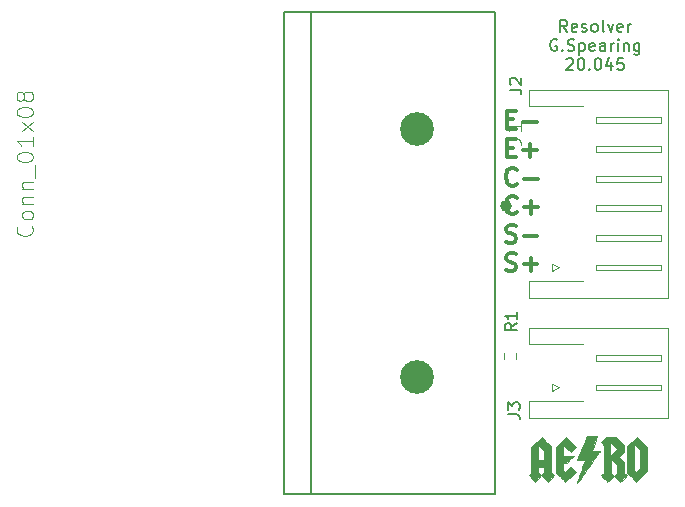
<source format=gbr>
%TF.GenerationSoftware,KiCad,Pcbnew,(6.0.1)*%
%TF.CreationDate,2022-02-14T12:02:22-05:00*%
%TF.ProjectId,Emrax_Breakout,456d7261-785f-4427-9265-616b6f75742e,rev?*%
%TF.SameCoordinates,Original*%
%TF.FileFunction,Legend,Top*%
%TF.FilePolarity,Positive*%
%FSLAX46Y46*%
G04 Gerber Fmt 4.6, Leading zero omitted, Abs format (unit mm)*
G04 Created by KiCad (PCBNEW (6.0.1)) date 2022-02-14 12:02:22*
%MOMM*%
%LPD*%
G01*
G04 APERTURE LIST*
%ADD10C,0.300000*%
%ADD11C,0.150000*%
%ADD12C,0.050000*%
%ADD13C,0.120000*%
%ADD14C,0.127000*%
%ADD15C,0.500000*%
%ADD16C,0.010000*%
%ADD17C,2.850000*%
G04 APERTURE END LIST*
D10*
X138626800Y-57684557D02*
X139126800Y-57684557D01*
X139341085Y-58470271D02*
X138626800Y-58470271D01*
X138626800Y-56970271D01*
X139341085Y-56970271D01*
X139983942Y-57898842D02*
X141126800Y-57898842D01*
X138626800Y-60099557D02*
X139126800Y-60099557D01*
X139341085Y-60885271D02*
X138626800Y-60885271D01*
X138626800Y-59385271D01*
X139341085Y-59385271D01*
X139983942Y-60313842D02*
X141126800Y-60313842D01*
X140555371Y-60885271D02*
X140555371Y-59742414D01*
X139412514Y-63157414D02*
X139341085Y-63228842D01*
X139126800Y-63300271D01*
X138983942Y-63300271D01*
X138769657Y-63228842D01*
X138626800Y-63085985D01*
X138555371Y-62943128D01*
X138483942Y-62657414D01*
X138483942Y-62443128D01*
X138555371Y-62157414D01*
X138626800Y-62014557D01*
X138769657Y-61871700D01*
X138983942Y-61800271D01*
X139126800Y-61800271D01*
X139341085Y-61871700D01*
X139412514Y-61943128D01*
X140055371Y-62728842D02*
X141198228Y-62728842D01*
X139412514Y-65572414D02*
X139341085Y-65643842D01*
X139126800Y-65715271D01*
X138983942Y-65715271D01*
X138769657Y-65643842D01*
X138626800Y-65500985D01*
X138555371Y-65358128D01*
X138483942Y-65072414D01*
X138483942Y-64858128D01*
X138555371Y-64572414D01*
X138626800Y-64429557D01*
X138769657Y-64286700D01*
X138983942Y-64215271D01*
X139126800Y-64215271D01*
X139341085Y-64286700D01*
X139412514Y-64358128D01*
X140055371Y-65143842D02*
X141198228Y-65143842D01*
X140626800Y-65715271D02*
X140626800Y-64572414D01*
X138519657Y-68058842D02*
X138733942Y-68130271D01*
X139091085Y-68130271D01*
X139233942Y-68058842D01*
X139305371Y-67987414D01*
X139376800Y-67844557D01*
X139376800Y-67701700D01*
X139305371Y-67558842D01*
X139233942Y-67487414D01*
X139091085Y-67415985D01*
X138805371Y-67344557D01*
X138662514Y-67273128D01*
X138591085Y-67201700D01*
X138519657Y-67058842D01*
X138519657Y-66915985D01*
X138591085Y-66773128D01*
X138662514Y-66701700D01*
X138805371Y-66630271D01*
X139162514Y-66630271D01*
X139376800Y-66701700D01*
X140019657Y-67558842D02*
X141162514Y-67558842D01*
X138519657Y-70473842D02*
X138733942Y-70545271D01*
X139091085Y-70545271D01*
X139233942Y-70473842D01*
X139305371Y-70402414D01*
X139376800Y-70259557D01*
X139376800Y-70116700D01*
X139305371Y-69973842D01*
X139233942Y-69902414D01*
X139091085Y-69830985D01*
X138805371Y-69759557D01*
X138662514Y-69688128D01*
X138591085Y-69616700D01*
X138519657Y-69473842D01*
X138519657Y-69330985D01*
X138591085Y-69188128D01*
X138662514Y-69116700D01*
X138805371Y-69045271D01*
X139162514Y-69045271D01*
X139376800Y-69116700D01*
X140019657Y-69973842D02*
X141162514Y-69973842D01*
X140591085Y-70545271D02*
X140591085Y-69402414D01*
D11*
X143692857Y-50277380D02*
X143359523Y-49801190D01*
X143121428Y-50277380D02*
X143121428Y-49277380D01*
X143502380Y-49277380D01*
X143597619Y-49325000D01*
X143645238Y-49372619D01*
X143692857Y-49467857D01*
X143692857Y-49610714D01*
X143645238Y-49705952D01*
X143597619Y-49753571D01*
X143502380Y-49801190D01*
X143121428Y-49801190D01*
X144502380Y-50229761D02*
X144407142Y-50277380D01*
X144216666Y-50277380D01*
X144121428Y-50229761D01*
X144073809Y-50134523D01*
X144073809Y-49753571D01*
X144121428Y-49658333D01*
X144216666Y-49610714D01*
X144407142Y-49610714D01*
X144502380Y-49658333D01*
X144550000Y-49753571D01*
X144550000Y-49848809D01*
X144073809Y-49944047D01*
X144930952Y-50229761D02*
X145026190Y-50277380D01*
X145216666Y-50277380D01*
X145311904Y-50229761D01*
X145359523Y-50134523D01*
X145359523Y-50086904D01*
X145311904Y-49991666D01*
X145216666Y-49944047D01*
X145073809Y-49944047D01*
X144978571Y-49896428D01*
X144930952Y-49801190D01*
X144930952Y-49753571D01*
X144978571Y-49658333D01*
X145073809Y-49610714D01*
X145216666Y-49610714D01*
X145311904Y-49658333D01*
X145930952Y-50277380D02*
X145835714Y-50229761D01*
X145788095Y-50182142D01*
X145740476Y-50086904D01*
X145740476Y-49801190D01*
X145788095Y-49705952D01*
X145835714Y-49658333D01*
X145930952Y-49610714D01*
X146073809Y-49610714D01*
X146169047Y-49658333D01*
X146216666Y-49705952D01*
X146264285Y-49801190D01*
X146264285Y-50086904D01*
X146216666Y-50182142D01*
X146169047Y-50229761D01*
X146073809Y-50277380D01*
X145930952Y-50277380D01*
X146835714Y-50277380D02*
X146740476Y-50229761D01*
X146692857Y-50134523D01*
X146692857Y-49277380D01*
X147121428Y-49610714D02*
X147359523Y-50277380D01*
X147597619Y-49610714D01*
X148359523Y-50229761D02*
X148264285Y-50277380D01*
X148073809Y-50277380D01*
X147978571Y-50229761D01*
X147930952Y-50134523D01*
X147930952Y-49753571D01*
X147978571Y-49658333D01*
X148073809Y-49610714D01*
X148264285Y-49610714D01*
X148359523Y-49658333D01*
X148407142Y-49753571D01*
X148407142Y-49848809D01*
X147930952Y-49944047D01*
X148835714Y-50277380D02*
X148835714Y-49610714D01*
X148835714Y-49801190D02*
X148883333Y-49705952D01*
X148930952Y-49658333D01*
X149026190Y-49610714D01*
X149121428Y-49610714D01*
X142811904Y-50935000D02*
X142716666Y-50887380D01*
X142573809Y-50887380D01*
X142430952Y-50935000D01*
X142335714Y-51030238D01*
X142288095Y-51125476D01*
X142240476Y-51315952D01*
X142240476Y-51458809D01*
X142288095Y-51649285D01*
X142335714Y-51744523D01*
X142430952Y-51839761D01*
X142573809Y-51887380D01*
X142669047Y-51887380D01*
X142811904Y-51839761D01*
X142859523Y-51792142D01*
X142859523Y-51458809D01*
X142669047Y-51458809D01*
X143288095Y-51792142D02*
X143335714Y-51839761D01*
X143288095Y-51887380D01*
X143240476Y-51839761D01*
X143288095Y-51792142D01*
X143288095Y-51887380D01*
X143716666Y-51839761D02*
X143859523Y-51887380D01*
X144097619Y-51887380D01*
X144192857Y-51839761D01*
X144240476Y-51792142D01*
X144288095Y-51696904D01*
X144288095Y-51601666D01*
X144240476Y-51506428D01*
X144192857Y-51458809D01*
X144097619Y-51411190D01*
X143907142Y-51363571D01*
X143811904Y-51315952D01*
X143764285Y-51268333D01*
X143716666Y-51173095D01*
X143716666Y-51077857D01*
X143764285Y-50982619D01*
X143811904Y-50935000D01*
X143907142Y-50887380D01*
X144145238Y-50887380D01*
X144288095Y-50935000D01*
X144716666Y-51220714D02*
X144716666Y-52220714D01*
X144716666Y-51268333D02*
X144811904Y-51220714D01*
X145002380Y-51220714D01*
X145097619Y-51268333D01*
X145145238Y-51315952D01*
X145192857Y-51411190D01*
X145192857Y-51696904D01*
X145145238Y-51792142D01*
X145097619Y-51839761D01*
X145002380Y-51887380D01*
X144811904Y-51887380D01*
X144716666Y-51839761D01*
X146002380Y-51839761D02*
X145907142Y-51887380D01*
X145716666Y-51887380D01*
X145621428Y-51839761D01*
X145573809Y-51744523D01*
X145573809Y-51363571D01*
X145621428Y-51268333D01*
X145716666Y-51220714D01*
X145907142Y-51220714D01*
X146002380Y-51268333D01*
X146050000Y-51363571D01*
X146050000Y-51458809D01*
X145573809Y-51554047D01*
X146907142Y-51887380D02*
X146907142Y-51363571D01*
X146859523Y-51268333D01*
X146764285Y-51220714D01*
X146573809Y-51220714D01*
X146478571Y-51268333D01*
X146907142Y-51839761D02*
X146811904Y-51887380D01*
X146573809Y-51887380D01*
X146478571Y-51839761D01*
X146430952Y-51744523D01*
X146430952Y-51649285D01*
X146478571Y-51554047D01*
X146573809Y-51506428D01*
X146811904Y-51506428D01*
X146907142Y-51458809D01*
X147383333Y-51887380D02*
X147383333Y-51220714D01*
X147383333Y-51411190D02*
X147430952Y-51315952D01*
X147478571Y-51268333D01*
X147573809Y-51220714D01*
X147669047Y-51220714D01*
X148002380Y-51887380D02*
X148002380Y-51220714D01*
X148002380Y-50887380D02*
X147954761Y-50935000D01*
X148002380Y-50982619D01*
X148050000Y-50935000D01*
X148002380Y-50887380D01*
X148002380Y-50982619D01*
X148478571Y-51220714D02*
X148478571Y-51887380D01*
X148478571Y-51315952D02*
X148526190Y-51268333D01*
X148621428Y-51220714D01*
X148764285Y-51220714D01*
X148859523Y-51268333D01*
X148907142Y-51363571D01*
X148907142Y-51887380D01*
X149811904Y-51220714D02*
X149811904Y-52030238D01*
X149764285Y-52125476D01*
X149716666Y-52173095D01*
X149621428Y-52220714D01*
X149478571Y-52220714D01*
X149383333Y-52173095D01*
X149811904Y-51839761D02*
X149716666Y-51887380D01*
X149526190Y-51887380D01*
X149430952Y-51839761D01*
X149383333Y-51792142D01*
X149335714Y-51696904D01*
X149335714Y-51411190D01*
X149383333Y-51315952D01*
X149430952Y-51268333D01*
X149526190Y-51220714D01*
X149716666Y-51220714D01*
X149811904Y-51268333D01*
X143621428Y-52592619D02*
X143669047Y-52545000D01*
X143764285Y-52497380D01*
X144002380Y-52497380D01*
X144097619Y-52545000D01*
X144145238Y-52592619D01*
X144192857Y-52687857D01*
X144192857Y-52783095D01*
X144145238Y-52925952D01*
X143573809Y-53497380D01*
X144192857Y-53497380D01*
X144811904Y-52497380D02*
X144907142Y-52497380D01*
X145002380Y-52545000D01*
X145050000Y-52592619D01*
X145097619Y-52687857D01*
X145145238Y-52878333D01*
X145145238Y-53116428D01*
X145097619Y-53306904D01*
X145050000Y-53402142D01*
X145002380Y-53449761D01*
X144907142Y-53497380D01*
X144811904Y-53497380D01*
X144716666Y-53449761D01*
X144669047Y-53402142D01*
X144621428Y-53306904D01*
X144573809Y-53116428D01*
X144573809Y-52878333D01*
X144621428Y-52687857D01*
X144669047Y-52592619D01*
X144716666Y-52545000D01*
X144811904Y-52497380D01*
X145573809Y-53402142D02*
X145621428Y-53449761D01*
X145573809Y-53497380D01*
X145526190Y-53449761D01*
X145573809Y-53402142D01*
X145573809Y-53497380D01*
X146240476Y-52497380D02*
X146335714Y-52497380D01*
X146430952Y-52545000D01*
X146478571Y-52592619D01*
X146526190Y-52687857D01*
X146573809Y-52878333D01*
X146573809Y-53116428D01*
X146526190Y-53306904D01*
X146478571Y-53402142D01*
X146430952Y-53449761D01*
X146335714Y-53497380D01*
X146240476Y-53497380D01*
X146145238Y-53449761D01*
X146097619Y-53402142D01*
X146050000Y-53306904D01*
X146002380Y-53116428D01*
X146002380Y-52878333D01*
X146050000Y-52687857D01*
X146097619Y-52592619D01*
X146145238Y-52545000D01*
X146240476Y-52497380D01*
X147430952Y-52830714D02*
X147430952Y-53497380D01*
X147192857Y-52449761D02*
X146954761Y-53164047D01*
X147573809Y-53164047D01*
X148430952Y-52497380D02*
X147954761Y-52497380D01*
X147907142Y-52973571D01*
X147954761Y-52925952D01*
X148050000Y-52878333D01*
X148288095Y-52878333D01*
X148383333Y-52925952D01*
X148430952Y-52973571D01*
X148478571Y-53068809D01*
X148478571Y-53306904D01*
X148430952Y-53402142D01*
X148383333Y-53449761D01*
X148288095Y-53497380D01*
X148050000Y-53497380D01*
X147954761Y-53449761D01*
X147907142Y-53402142D01*
%TO.C,J3*%
X138668780Y-82653733D02*
X139383066Y-82653733D01*
X139525923Y-82701352D01*
X139621161Y-82796590D01*
X139668780Y-82939447D01*
X139668780Y-83034685D01*
X138668780Y-82272780D02*
X138668780Y-81653733D01*
X139049733Y-81987066D01*
X139049733Y-81844209D01*
X139097352Y-81748971D01*
X139144971Y-81701352D01*
X139240209Y-81653733D01*
X139478304Y-81653733D01*
X139573542Y-81701352D01*
X139621161Y-81748971D01*
X139668780Y-81844209D01*
X139668780Y-82129923D01*
X139621161Y-82225161D01*
X139573542Y-82272780D01*
%TO.C,R1*%
X139414780Y-74968666D02*
X138938590Y-75302000D01*
X139414780Y-75540095D02*
X138414780Y-75540095D01*
X138414780Y-75159142D01*
X138462400Y-75063904D01*
X138510019Y-75016285D01*
X138605257Y-74968666D01*
X138748114Y-74968666D01*
X138843352Y-75016285D01*
X138890971Y-75063904D01*
X138938590Y-75159142D01*
X138938590Y-75540095D01*
X139414780Y-74016285D02*
X139414780Y-74587714D01*
X139414780Y-74302000D02*
X138414780Y-74302000D01*
X138557638Y-74397238D01*
X138652876Y-74492476D01*
X138700495Y-74587714D01*
%TO.C,J2*%
X138821180Y-55170933D02*
X139535466Y-55170933D01*
X139678323Y-55218552D01*
X139773561Y-55313790D01*
X139821180Y-55456647D01*
X139821180Y-55551885D01*
X138916419Y-54742361D02*
X138868800Y-54694742D01*
X138821180Y-54599504D01*
X138821180Y-54361409D01*
X138868800Y-54266171D01*
X138916419Y-54218552D01*
X139011657Y-54170933D01*
X139106895Y-54170933D01*
X139249752Y-54218552D01*
X139821180Y-54789980D01*
X139821180Y-54170933D01*
D12*
%TO.C,J1*%
X138384609Y-59291036D02*
X139385188Y-59291036D01*
X139585304Y-59357741D01*
X139718714Y-59491152D01*
X139785419Y-59691268D01*
X139785419Y-59824678D01*
X139785419Y-57890226D02*
X139785419Y-58690689D01*
X139785419Y-58290458D02*
X138384609Y-58290458D01*
X138584725Y-58423868D01*
X138718135Y-58557279D01*
X138784841Y-58690689D01*
X98342535Y-66698510D02*
X98409313Y-66765288D01*
X98476091Y-66965622D01*
X98476091Y-67099179D01*
X98409313Y-67299513D01*
X98275757Y-67433069D01*
X98142201Y-67499847D01*
X97875089Y-67566625D01*
X97674754Y-67566625D01*
X97407642Y-67499847D01*
X97274086Y-67433069D01*
X97140530Y-67299513D01*
X97073751Y-67099179D01*
X97073751Y-66965622D01*
X97140530Y-66765288D01*
X97207308Y-66698510D01*
X98476091Y-65897173D02*
X98409313Y-66030729D01*
X98342535Y-66097507D01*
X98208979Y-66164285D01*
X97808310Y-66164285D01*
X97674754Y-66097507D01*
X97607976Y-66030729D01*
X97541198Y-65897173D01*
X97541198Y-65696839D01*
X97607976Y-65563282D01*
X97674754Y-65496504D01*
X97808310Y-65429726D01*
X98208979Y-65429726D01*
X98342535Y-65496504D01*
X98409313Y-65563282D01*
X98476091Y-65696839D01*
X98476091Y-65897173D01*
X97541198Y-64828723D02*
X98476091Y-64828723D01*
X97674754Y-64828723D02*
X97607976Y-64761945D01*
X97541198Y-64628389D01*
X97541198Y-64428055D01*
X97607976Y-64294499D01*
X97741532Y-64227720D01*
X98476091Y-64227720D01*
X97541198Y-63559940D02*
X98476091Y-63559940D01*
X97674754Y-63559940D02*
X97607976Y-63493161D01*
X97541198Y-63359605D01*
X97541198Y-63159271D01*
X97607976Y-63025715D01*
X97741532Y-62958937D01*
X98476091Y-62958937D01*
X98609648Y-62625046D02*
X98609648Y-61556597D01*
X97073751Y-60955594D02*
X97073751Y-60822038D01*
X97140530Y-60688481D01*
X97207308Y-60621703D01*
X97340864Y-60554925D01*
X97607976Y-60488147D01*
X97941867Y-60488147D01*
X98208979Y-60554925D01*
X98342535Y-60621703D01*
X98409313Y-60688481D01*
X98476091Y-60822038D01*
X98476091Y-60955594D01*
X98409313Y-61089150D01*
X98342535Y-61155928D01*
X98208979Y-61222706D01*
X97941867Y-61289484D01*
X97607976Y-61289484D01*
X97340864Y-61222706D01*
X97207308Y-61155928D01*
X97140530Y-61089150D01*
X97073751Y-60955594D01*
X98476091Y-59152585D02*
X98476091Y-59953922D01*
X98476091Y-59553254D02*
X97073751Y-59553254D01*
X97274086Y-59686810D01*
X97407642Y-59820366D01*
X97474420Y-59953922D01*
X98476091Y-58685139D02*
X97541198Y-57950580D01*
X97541198Y-58685139D02*
X98476091Y-57950580D01*
X97073751Y-57149242D02*
X97073751Y-57015686D01*
X97140530Y-56882130D01*
X97207308Y-56815352D01*
X97340864Y-56748574D01*
X97607976Y-56681796D01*
X97941867Y-56681796D01*
X98208979Y-56748574D01*
X98342535Y-56815352D01*
X98409313Y-56882130D01*
X98476091Y-57015686D01*
X98476091Y-57149242D01*
X98409313Y-57282799D01*
X98342535Y-57349577D01*
X98208979Y-57416355D01*
X97941867Y-57483133D01*
X97607976Y-57483133D01*
X97340864Y-57416355D01*
X97207308Y-57349577D01*
X97140530Y-57282799D01*
X97073751Y-57149242D01*
X97674754Y-55880459D02*
X97607976Y-56014015D01*
X97541198Y-56080793D01*
X97407642Y-56147571D01*
X97340864Y-56147571D01*
X97207308Y-56080793D01*
X97140530Y-56014015D01*
X97073751Y-55880459D01*
X97073751Y-55613346D01*
X97140530Y-55479790D01*
X97207308Y-55413012D01*
X97340864Y-55346234D01*
X97407642Y-55346234D01*
X97541198Y-55413012D01*
X97607976Y-55479790D01*
X97674754Y-55613346D01*
X97674754Y-55880459D01*
X97741532Y-56014015D01*
X97808310Y-56080793D01*
X97941867Y-56147571D01*
X98208979Y-56147571D01*
X98342535Y-56080793D01*
X98409313Y-56014015D01*
X98476091Y-55880459D01*
X98476091Y-55613346D01*
X98409313Y-55479790D01*
X98342535Y-55413012D01*
X98208979Y-55346234D01*
X97941867Y-55346234D01*
X97808310Y-55413012D01*
X97741532Y-55479790D01*
X97674754Y-55613346D01*
D13*
%TO.C,J3*%
X151599600Y-77640000D02*
X146099600Y-77640000D01*
X152209600Y-75330000D02*
X140489600Y-75330000D01*
X152209600Y-79140000D02*
X152209600Y-75330000D01*
X146099600Y-80640000D02*
X151599600Y-80640000D01*
X151599600Y-78140000D02*
X151599600Y-77640000D01*
X151599600Y-80640000D02*
X151599600Y-80140000D01*
X152209600Y-82950000D02*
X140489600Y-82950000D01*
X142399600Y-80090000D02*
X142999600Y-80390000D01*
X142999600Y-80390000D02*
X142399600Y-80690000D01*
X142399600Y-80690000D02*
X142399600Y-80090000D01*
X140489600Y-82950000D02*
X140489600Y-81530000D01*
X140489600Y-81530000D02*
X144989600Y-81530000D01*
X140489600Y-76750000D02*
X144989600Y-76750000D01*
X146099600Y-78140000D02*
X151599600Y-78140000D01*
X146099600Y-77640000D02*
X146099600Y-78140000D01*
X146099600Y-80140000D02*
X146099600Y-80640000D01*
X151599600Y-80140000D02*
X146099600Y-80140000D01*
X152209600Y-79140000D02*
X152209600Y-82950000D01*
X140489600Y-75330000D02*
X140489600Y-76750000D01*
%TO.C,R1*%
X138338300Y-77952324D02*
X138338300Y-77442876D01*
X139383300Y-77952324D02*
X139383300Y-77442876D01*
%TO.C,J2*%
X146099600Y-62980000D02*
X151599600Y-62980000D01*
X151599600Y-57480000D02*
X146099600Y-57480000D01*
X151599600Y-70480000D02*
X151599600Y-69980000D01*
X146099600Y-57480000D02*
X146099600Y-57980000D01*
X146099600Y-59980000D02*
X146099600Y-60480000D01*
X152209600Y-55170000D02*
X140489600Y-55170000D01*
X146099600Y-60480000D02*
X151599600Y-60480000D01*
X146099600Y-67480000D02*
X146099600Y-67980000D01*
X142399600Y-69930000D02*
X142999600Y-70230000D01*
X152209600Y-63980000D02*
X152209600Y-72790000D01*
X142399600Y-70530000D02*
X142399600Y-69930000D01*
X151599600Y-65480000D02*
X151599600Y-64980000D01*
X151599600Y-62980000D02*
X151599600Y-62480000D01*
X151599600Y-60480000D02*
X151599600Y-59980000D01*
X151599600Y-57980000D02*
X151599600Y-57480000D01*
X146099600Y-70480000D02*
X151599600Y-70480000D01*
X146099600Y-62480000D02*
X146099600Y-62980000D01*
X152209600Y-72790000D02*
X140489600Y-72790000D01*
X151599600Y-62480000D02*
X146099600Y-62480000D01*
X151599600Y-59980000D02*
X146099600Y-59980000D01*
X151599600Y-67480000D02*
X146099600Y-67480000D01*
X140489600Y-71370000D02*
X144989600Y-71370000D01*
X140489600Y-72790000D02*
X140489600Y-71370000D01*
X146099600Y-64980000D02*
X146099600Y-65480000D01*
X151599600Y-69980000D02*
X146099600Y-69980000D01*
X146099600Y-65480000D02*
X151599600Y-65480000D01*
X142999600Y-70230000D02*
X142399600Y-70530000D01*
X152209600Y-63980000D02*
X152209600Y-55170000D01*
X151599600Y-64980000D02*
X146099600Y-64980000D01*
X146099600Y-67980000D02*
X151599600Y-67980000D01*
X140489600Y-55170000D02*
X140489600Y-56590000D01*
X140489600Y-56590000D02*
X144989600Y-56590000D01*
X146099600Y-69980000D02*
X146099600Y-70480000D01*
X146099600Y-57980000D02*
X151599600Y-57980000D01*
X151599600Y-67980000D02*
X151599600Y-67480000D01*
D14*
%TO.C,J1*%
X137558000Y-89424000D02*
X122008000Y-89424000D01*
X137558000Y-48624000D02*
X137558000Y-89424000D01*
X119708000Y-89424000D02*
X119708000Y-80724000D01*
X122008000Y-48624000D02*
X137558000Y-48624000D01*
X119708000Y-80724000D02*
X119708000Y-48624000D01*
X122008000Y-89424000D02*
X122008000Y-48624000D01*
X119708000Y-48624000D02*
X122008000Y-48624000D01*
X122008000Y-89424000D02*
X119708000Y-89424000D01*
D15*
X138758000Y-65024000D02*
G75*
G03*
X138758000Y-65024000I-250000J0D01*
G01*
D16*
%TO.C,G\u002A\u002A\u002A*%
X146009221Y-85112138D02*
X145769968Y-85764615D01*
X145769968Y-85764615D02*
X146132059Y-85764615D01*
X146132059Y-85764615D02*
X146268644Y-85764894D01*
X146268644Y-85764894D02*
X146364683Y-85766236D01*
X146364683Y-85766236D02*
X146426233Y-85769399D01*
X146426233Y-85769399D02*
X146459352Y-85775143D01*
X146459352Y-85775143D02*
X146470098Y-85784225D01*
X146470098Y-85784225D02*
X146464529Y-85797403D01*
X146464529Y-85797403D02*
X146457850Y-85805394D01*
X146457850Y-85805394D02*
X146439199Y-85829919D01*
X146439199Y-85829919D02*
X146396096Y-85888574D01*
X146396096Y-85888574D02*
X146331240Y-85977611D01*
X146331240Y-85977611D02*
X146247330Y-86093280D01*
X146247330Y-86093280D02*
X146147061Y-86231830D01*
X146147061Y-86231830D02*
X146033134Y-86389511D01*
X146033134Y-86389511D02*
X145908246Y-86562575D01*
X145908246Y-86562575D02*
X145775094Y-86747270D01*
X145775094Y-86747270D02*
X145636378Y-86939846D01*
X145636378Y-86939846D02*
X145494794Y-87136555D01*
X145494794Y-87136555D02*
X145353041Y-87333645D01*
X145353041Y-87333645D02*
X145213817Y-87527368D01*
X145213817Y-87527368D02*
X145079820Y-87713972D01*
X145079820Y-87713972D02*
X144953748Y-87889708D01*
X144953748Y-87889708D02*
X144838299Y-88050827D01*
X144838299Y-88050827D02*
X144736170Y-88193578D01*
X144736170Y-88193578D02*
X144650061Y-88314211D01*
X144650061Y-88314211D02*
X144582669Y-88408976D01*
X144582669Y-88408976D02*
X144536691Y-88474123D01*
X144536691Y-88474123D02*
X144514827Y-88505903D01*
X144514827Y-88505903D02*
X144514348Y-88506655D01*
X144514348Y-88506655D02*
X144516188Y-88494273D01*
X144516188Y-88494273D02*
X144532017Y-88442011D01*
X144532017Y-88442011D02*
X144560459Y-88353990D01*
X144560459Y-88353990D02*
X144600138Y-88234330D01*
X144600138Y-88234330D02*
X144649676Y-88087151D01*
X144649676Y-88087151D02*
X144707698Y-87916575D01*
X144707698Y-87916575D02*
X144772827Y-87726720D01*
X144772827Y-87726720D02*
X144834761Y-87547454D01*
X144834761Y-87547454D02*
X144905951Y-87341915D01*
X144905951Y-87341915D02*
X144972228Y-87150314D01*
X144972228Y-87150314D02*
X145032075Y-86977054D01*
X145032075Y-86977054D02*
X145083976Y-86826540D01*
X145083976Y-86826540D02*
X145126411Y-86703175D01*
X145126411Y-86703175D02*
X145157865Y-86611363D01*
X145157865Y-86611363D02*
X145176820Y-86555509D01*
X145176820Y-86555509D02*
X145181973Y-86539610D01*
X145181973Y-86539610D02*
X145160019Y-86537511D01*
X145160019Y-86537511D02*
X145099553Y-86535732D01*
X145099553Y-86535732D02*
X145008667Y-86534414D01*
X145008667Y-86534414D02*
X144895455Y-86533696D01*
X144895455Y-86533696D02*
X144835675Y-86533605D01*
X144835675Y-86533605D02*
X144489378Y-86533605D01*
X144489378Y-86533605D02*
X144749646Y-85945211D01*
X144749646Y-85945211D02*
X144831932Y-85759004D01*
X144831932Y-85759004D02*
X144920743Y-85557723D01*
X144920743Y-85557723D02*
X145010512Y-85354005D01*
X145010512Y-85354005D02*
X145095673Y-85160484D01*
X145095673Y-85160484D02*
X145170661Y-84989798D01*
X145170661Y-84989798D02*
X145206424Y-84908238D01*
X145206424Y-84908238D02*
X145402934Y-84459661D01*
X145402934Y-84459661D02*
X146248473Y-84459661D01*
X146248473Y-84459661D02*
X146009221Y-85112138D01*
X146009221Y-85112138D02*
X146009221Y-85112138D01*
G36*
X146009221Y-85112138D02*
G01*
X145769968Y-85764615D01*
X146132059Y-85764615D01*
X146268644Y-85764894D01*
X146364683Y-85766236D01*
X146426233Y-85769399D01*
X146459352Y-85775143D01*
X146470098Y-85784225D01*
X146464529Y-85797403D01*
X146457850Y-85805394D01*
X146439199Y-85829919D01*
X146396096Y-85888574D01*
X146331240Y-85977611D01*
X146247330Y-86093280D01*
X146147061Y-86231830D01*
X146033134Y-86389511D01*
X145908246Y-86562575D01*
X145775094Y-86747270D01*
X145636378Y-86939846D01*
X145494794Y-87136555D01*
X145353041Y-87333645D01*
X145213817Y-87527368D01*
X145079820Y-87713972D01*
X144953748Y-87889708D01*
X144838299Y-88050827D01*
X144736170Y-88193578D01*
X144650061Y-88314211D01*
X144582669Y-88408976D01*
X144536691Y-88474123D01*
X144514827Y-88505903D01*
X144514348Y-88506655D01*
X144516188Y-88494273D01*
X144532017Y-88442011D01*
X144560459Y-88353990D01*
X144600138Y-88234330D01*
X144649676Y-88087151D01*
X144707698Y-87916575D01*
X144772827Y-87726720D01*
X144834761Y-87547454D01*
X144905951Y-87341915D01*
X144972228Y-87150314D01*
X145032075Y-86977054D01*
X145083976Y-86826540D01*
X145126411Y-86703175D01*
X145157865Y-86611363D01*
X145176820Y-86555509D01*
X145181973Y-86539610D01*
X145160019Y-86537511D01*
X145099553Y-86535732D01*
X145008667Y-86534414D01*
X144895455Y-86533696D01*
X144835675Y-86533605D01*
X144489378Y-86533605D01*
X144749646Y-85945211D01*
X144831932Y-85759004D01*
X144920743Y-85557723D01*
X145010512Y-85354005D01*
X145095673Y-85160484D01*
X145170661Y-84989798D01*
X145206424Y-84908238D01*
X145402934Y-84459661D01*
X146248473Y-84459661D01*
X146009221Y-85112138D01*
G37*
X146009221Y-85112138D02*
X145769968Y-85764615D01*
X146132059Y-85764615D01*
X146268644Y-85764894D01*
X146364683Y-85766236D01*
X146426233Y-85769399D01*
X146459352Y-85775143D01*
X146470098Y-85784225D01*
X146464529Y-85797403D01*
X146457850Y-85805394D01*
X146439199Y-85829919D01*
X146396096Y-85888574D01*
X146331240Y-85977611D01*
X146247330Y-86093280D01*
X146147061Y-86231830D01*
X146033134Y-86389511D01*
X145908246Y-86562575D01*
X145775094Y-86747270D01*
X145636378Y-86939846D01*
X145494794Y-87136555D01*
X145353041Y-87333645D01*
X145213817Y-87527368D01*
X145079820Y-87713972D01*
X144953748Y-87889708D01*
X144838299Y-88050827D01*
X144736170Y-88193578D01*
X144650061Y-88314211D01*
X144582669Y-88408976D01*
X144536691Y-88474123D01*
X144514827Y-88505903D01*
X144514348Y-88506655D01*
X144516188Y-88494273D01*
X144532017Y-88442011D01*
X144560459Y-88353990D01*
X144600138Y-88234330D01*
X144649676Y-88087151D01*
X144707698Y-87916575D01*
X144772827Y-87726720D01*
X144834761Y-87547454D01*
X144905951Y-87341915D01*
X144972228Y-87150314D01*
X145032075Y-86977054D01*
X145083976Y-86826540D01*
X145126411Y-86703175D01*
X145157865Y-86611363D01*
X145176820Y-86555509D01*
X145181973Y-86539610D01*
X145160019Y-86537511D01*
X145099553Y-86535732D01*
X145008667Y-86534414D01*
X144895455Y-86533696D01*
X144835675Y-86533605D01*
X144489378Y-86533605D01*
X144749646Y-85945211D01*
X144831932Y-85759004D01*
X144920743Y-85557723D01*
X145010512Y-85354005D01*
X145095673Y-85160484D01*
X145170661Y-84989798D01*
X145206424Y-84908238D01*
X145402934Y-84459661D01*
X146248473Y-84459661D01*
X146009221Y-85112138D01*
X143998392Y-85012140D02*
X144423937Y-85438151D01*
X144423937Y-85438151D02*
X144203290Y-85659719D01*
X144203290Y-85659719D02*
X143982644Y-85881287D01*
X143982644Y-85881287D02*
X143341056Y-85240927D01*
X143341056Y-85240927D02*
X143341056Y-86209316D01*
X143341056Y-86209316D02*
X144225992Y-86195716D01*
X144225992Y-86195716D02*
X143941167Y-86481174D01*
X143941167Y-86481174D02*
X143656342Y-86766633D01*
X143656342Y-86766633D02*
X143341056Y-86766633D01*
X143341056Y-86766633D02*
X143341056Y-87440041D01*
X143341056Y-87440041D02*
X143424118Y-87503396D01*
X143424118Y-87503396D02*
X143507180Y-87566750D01*
X143507180Y-87566750D02*
X143982436Y-87093112D01*
X143982436Y-87093112D02*
X144402880Y-87513556D01*
X144402880Y-87513556D02*
X143970224Y-87944039D01*
X143970224Y-87944039D02*
X143853994Y-88059280D01*
X143853994Y-88059280D02*
X143748725Y-88162877D01*
X143748725Y-88162877D02*
X143658870Y-88250512D01*
X143658870Y-88250512D02*
X143588880Y-88317866D01*
X143588880Y-88317866D02*
X143543208Y-88360621D01*
X143543208Y-88360621D02*
X143526432Y-88374523D01*
X143526432Y-88374523D02*
X143507509Y-88358751D01*
X143507509Y-88358751D02*
X143460519Y-88314522D01*
X143460519Y-88314522D02*
X143390219Y-88246462D01*
X143390219Y-88246462D02*
X143301367Y-88159199D01*
X143301367Y-88159199D02*
X143198720Y-88057361D01*
X143198720Y-88057361D02*
X143136892Y-87995596D01*
X143136892Y-87995596D02*
X142758487Y-87616669D01*
X142758487Y-87616669D02*
X142758487Y-85405062D01*
X142758487Y-85405062D02*
X143165667Y-84995596D01*
X143165667Y-84995596D02*
X143572848Y-84586129D01*
X143572848Y-84586129D02*
X143998392Y-85012140D01*
X143998392Y-85012140D02*
X143998392Y-85012140D01*
G36*
X143998392Y-85012140D02*
G01*
X144423937Y-85438151D01*
X144203290Y-85659719D01*
X143982644Y-85881287D01*
X143341056Y-85240927D01*
X143341056Y-86209316D01*
X144225992Y-86195716D01*
X143941167Y-86481174D01*
X143656342Y-86766633D01*
X143341056Y-86766633D01*
X143341056Y-87440041D01*
X143424118Y-87503396D01*
X143507180Y-87566750D01*
X143982436Y-87093112D01*
X144402880Y-87513556D01*
X143970224Y-87944039D01*
X143853994Y-88059280D01*
X143748725Y-88162877D01*
X143658870Y-88250512D01*
X143588880Y-88317866D01*
X143543208Y-88360621D01*
X143526432Y-88374523D01*
X143507509Y-88358751D01*
X143460519Y-88314522D01*
X143390219Y-88246462D01*
X143301367Y-88159199D01*
X143198720Y-88057361D01*
X143136892Y-87995596D01*
X142758487Y-87616669D01*
X142758487Y-85405062D01*
X143165667Y-84995596D01*
X143572848Y-84586129D01*
X143998392Y-85012140D01*
G37*
X143998392Y-85012140D02*
X144423937Y-85438151D01*
X144203290Y-85659719D01*
X143982644Y-85881287D01*
X143341056Y-85240927D01*
X143341056Y-86209316D01*
X144225992Y-86195716D01*
X143941167Y-86481174D01*
X143656342Y-86766633D01*
X143341056Y-86766633D01*
X143341056Y-87440041D01*
X143424118Y-87503396D01*
X143507180Y-87566750D01*
X143982436Y-87093112D01*
X144402880Y-87513556D01*
X143970224Y-87944039D01*
X143853994Y-88059280D01*
X143748725Y-88162877D01*
X143658870Y-88250512D01*
X143588880Y-88317866D01*
X143543208Y-88360621D01*
X143526432Y-88374523D01*
X143507509Y-88358751D01*
X143460519Y-88314522D01*
X143390219Y-88246462D01*
X143301367Y-88159199D01*
X143198720Y-88057361D01*
X143136892Y-87995596D01*
X142758487Y-87616669D01*
X142758487Y-85405062D01*
X143165667Y-84995596D01*
X143572848Y-84586129D01*
X143998392Y-85012140D01*
X141937302Y-84978377D02*
X142339037Y-85380605D01*
X142339037Y-85380605D02*
X142339037Y-87592415D01*
X142339037Y-87592415D02*
X142460915Y-87715826D01*
X142460915Y-87715826D02*
X142582792Y-87839236D01*
X142582792Y-87839236D02*
X142315020Y-88107008D01*
X142315020Y-88107008D02*
X142047248Y-88374779D01*
X142047248Y-88374779D02*
X141512968Y-87838979D01*
X141512968Y-87838979D02*
X141756468Y-87592415D01*
X141756468Y-87592415D02*
X141756468Y-87116174D01*
X141756468Y-87116174D02*
X141243808Y-87116174D01*
X141243808Y-87116174D02*
X141243808Y-87592415D01*
X141243808Y-87592415D02*
X141365685Y-87715826D01*
X141365685Y-87715826D02*
X141487563Y-87839236D01*
X141487563Y-87839236D02*
X141219791Y-88107008D01*
X141219791Y-88107008D02*
X140952019Y-88374779D01*
X140952019Y-88374779D02*
X140417739Y-87838979D01*
X140417739Y-87838979D02*
X140661239Y-87592415D01*
X140661239Y-87592415D02*
X140661239Y-86510303D01*
X140661239Y-86510303D02*
X141243808Y-86510303D01*
X141243808Y-86510303D02*
X141756468Y-86510303D01*
X141756468Y-86510303D02*
X141756468Y-85751668D01*
X141756468Y-85751668D02*
X141501319Y-85484334D01*
X141501319Y-85484334D02*
X141246169Y-85217000D01*
X141246169Y-85217000D02*
X141244989Y-85863651D01*
X141244989Y-85863651D02*
X141243808Y-86510303D01*
X141243808Y-86510303D02*
X140661239Y-86510303D01*
X140661239Y-86510303D02*
X140661239Y-85449567D01*
X140661239Y-85449567D02*
X141098403Y-85012858D01*
X141098403Y-85012858D02*
X141535566Y-84576149D01*
X141535566Y-84576149D02*
X141937302Y-84978377D01*
X141937302Y-84978377D02*
X141937302Y-84978377D01*
G36*
X141098403Y-85012858D02*
G01*
X141535566Y-84576149D01*
X141937302Y-84978377D01*
X142339037Y-85380605D01*
X142339037Y-87592415D01*
X142460915Y-87715826D01*
X142582792Y-87839236D01*
X142315020Y-88107008D01*
X142047248Y-88374779D01*
X141512968Y-87838979D01*
X141756468Y-87592415D01*
X141756468Y-87116174D01*
X141243808Y-87116174D01*
X141243808Y-87592415D01*
X141365685Y-87715826D01*
X141487563Y-87839236D01*
X141219791Y-88107008D01*
X140952019Y-88374779D01*
X140417739Y-87838979D01*
X140661239Y-87592415D01*
X140661239Y-86510303D01*
X141243808Y-86510303D01*
X141756468Y-86510303D01*
X141756468Y-85751668D01*
X141501319Y-85484334D01*
X141246169Y-85217000D01*
X141244989Y-85863651D01*
X141243808Y-86510303D01*
X140661239Y-86510303D01*
X140661239Y-85449567D01*
X141098403Y-85012858D01*
G37*
X141098403Y-85012858D02*
X141535566Y-84576149D01*
X141937302Y-84978377D01*
X142339037Y-85380605D01*
X142339037Y-87592415D01*
X142460915Y-87715826D01*
X142582792Y-87839236D01*
X142315020Y-88107008D01*
X142047248Y-88374779D01*
X141512968Y-87838979D01*
X141756468Y-87592415D01*
X141756468Y-87116174D01*
X141243808Y-87116174D01*
X141243808Y-87592415D01*
X141365685Y-87715826D01*
X141487563Y-87839236D01*
X141219791Y-88107008D01*
X140952019Y-88374779D01*
X140417739Y-87838979D01*
X140661239Y-87592415D01*
X140661239Y-86510303D01*
X141243808Y-86510303D01*
X141756468Y-86510303D01*
X141756468Y-85751668D01*
X141501319Y-85484334D01*
X141246169Y-85217000D01*
X141244989Y-85863651D01*
X141243808Y-86510303D01*
X140661239Y-86510303D01*
X140661239Y-85449567D01*
X141098403Y-85012858D01*
X148467661Y-85240886D02*
X148467661Y-85845252D01*
X148467661Y-85845252D02*
X148060809Y-86253998D01*
X148060809Y-86253998D02*
X148275886Y-86469974D01*
X148275886Y-86469974D02*
X148490964Y-86685949D01*
X148490964Y-86685949D02*
X148490964Y-87592415D01*
X148490964Y-87592415D02*
X148612841Y-87715826D01*
X148612841Y-87715826D02*
X148734719Y-87839236D01*
X148734719Y-87839236D02*
X148466947Y-88107008D01*
X148466947Y-88107008D02*
X148199175Y-88374779D01*
X148199175Y-88374779D02*
X147676465Y-87850211D01*
X147676465Y-87850211D02*
X147906377Y-87593881D01*
X147906377Y-87593881D02*
X147907386Y-87290547D01*
X147907386Y-87290547D02*
X147908395Y-86987214D01*
X147908395Y-86987214D02*
X147652065Y-86731679D01*
X147652065Y-86731679D02*
X147395734Y-86476143D01*
X147395734Y-86476143D02*
X147395734Y-87618935D01*
X147395734Y-87618935D02*
X147512505Y-87733951D01*
X147512505Y-87733951D02*
X147629276Y-87848966D01*
X147629276Y-87848966D02*
X147367243Y-88111744D01*
X147367243Y-88111744D02*
X147277409Y-88200933D01*
X147277409Y-88200933D02*
X147198925Y-88277151D01*
X147198925Y-88277151D02*
X147137682Y-88334811D01*
X147137682Y-88334811D02*
X147099576Y-88368323D01*
X147099576Y-88368323D02*
X147090144Y-88374523D01*
X147090144Y-88374523D02*
X147069733Y-88358520D01*
X147069733Y-88358520D02*
X147023141Y-88314324D01*
X147023141Y-88314324D02*
X146956156Y-88247657D01*
X146956156Y-88247657D02*
X146874566Y-88164241D01*
X146874566Y-88164241D02*
X146820051Y-88107528D01*
X146820051Y-88107528D02*
X146565023Y-87840533D01*
X146565023Y-87840533D02*
X146689094Y-87718003D01*
X146689094Y-87718003D02*
X146813166Y-87595473D01*
X146813166Y-87595473D02*
X146813166Y-86172184D01*
X146813166Y-86172184D02*
X147349129Y-86172184D01*
X147349129Y-86172184D02*
X147646125Y-85875188D01*
X147646125Y-85875188D02*
X147943121Y-85578193D01*
X147943121Y-85578193D02*
X147349129Y-84984201D01*
X147349129Y-84984201D02*
X147349129Y-86172184D01*
X147349129Y-86172184D02*
X146813166Y-86172184D01*
X146813166Y-86172184D02*
X146813166Y-85311562D01*
X146813166Y-85311562D02*
X146679759Y-85176749D01*
X146679759Y-85176749D02*
X146546352Y-85041935D01*
X146546352Y-85041935D02*
X146778358Y-84809055D01*
X146778358Y-84809055D02*
X147010365Y-84576174D01*
X147010365Y-84576174D02*
X147804135Y-84576174D01*
X147804135Y-84576174D02*
X148467661Y-85240886D01*
X148467661Y-85240886D02*
X148467661Y-85240886D01*
G36*
X146679759Y-85176749D02*
G01*
X146546352Y-85041935D01*
X146778358Y-84809055D01*
X147010365Y-84576174D01*
X147804135Y-84576174D01*
X148467661Y-85240886D01*
X148467661Y-85845252D01*
X148060809Y-86253998D01*
X148275886Y-86469974D01*
X148490964Y-86685949D01*
X148490964Y-87592415D01*
X148612841Y-87715826D01*
X148734719Y-87839236D01*
X148466947Y-88107008D01*
X148199175Y-88374779D01*
X147676465Y-87850211D01*
X147906377Y-87593881D01*
X147907386Y-87290547D01*
X147908395Y-86987214D01*
X147652065Y-86731679D01*
X147395734Y-86476143D01*
X147395734Y-87618935D01*
X147512505Y-87733951D01*
X147629276Y-87848966D01*
X147367243Y-88111744D01*
X147277409Y-88200933D01*
X147198925Y-88277151D01*
X147137682Y-88334811D01*
X147099576Y-88368323D01*
X147090144Y-88374523D01*
X147069733Y-88358520D01*
X147023141Y-88314324D01*
X146956156Y-88247657D01*
X146874566Y-88164241D01*
X146820051Y-88107528D01*
X146565023Y-87840533D01*
X146689094Y-87718003D01*
X146813166Y-87595473D01*
X146813166Y-86172184D01*
X147349129Y-86172184D01*
X147646125Y-85875188D01*
X147943121Y-85578193D01*
X147349129Y-84984201D01*
X147349129Y-86172184D01*
X146813166Y-86172184D01*
X146813166Y-85311562D01*
X146679759Y-85176749D01*
G37*
X146679759Y-85176749D02*
X146546352Y-85041935D01*
X146778358Y-84809055D01*
X147010365Y-84576174D01*
X147804135Y-84576174D01*
X148467661Y-85240886D01*
X148467661Y-85845252D01*
X148060809Y-86253998D01*
X148275886Y-86469974D01*
X148490964Y-86685949D01*
X148490964Y-87592415D01*
X148612841Y-87715826D01*
X148734719Y-87839236D01*
X148466947Y-88107008D01*
X148199175Y-88374779D01*
X147676465Y-87850211D01*
X147906377Y-87593881D01*
X147907386Y-87290547D01*
X147908395Y-86987214D01*
X147652065Y-86731679D01*
X147395734Y-86476143D01*
X147395734Y-87618935D01*
X147512505Y-87733951D01*
X147629276Y-87848966D01*
X147367243Y-88111744D01*
X147277409Y-88200933D01*
X147198925Y-88277151D01*
X147137682Y-88334811D01*
X147099576Y-88368323D01*
X147090144Y-88374523D01*
X147069733Y-88358520D01*
X147023141Y-88314324D01*
X146956156Y-88247657D01*
X146874566Y-88164241D01*
X146820051Y-88107528D01*
X146565023Y-87840533D01*
X146689094Y-87718003D01*
X146813166Y-87595473D01*
X146813166Y-86172184D01*
X147349129Y-86172184D01*
X147646125Y-85875188D01*
X147943121Y-85578193D01*
X147349129Y-84984201D01*
X147349129Y-86172184D01*
X146813166Y-86172184D01*
X146813166Y-85311562D01*
X146679759Y-85176749D01*
X150005646Y-84983976D02*
X150425092Y-85402936D01*
X150425092Y-85402936D02*
X150425092Y-87501130D01*
X150425092Y-87501130D02*
X149550758Y-88374556D01*
X149550758Y-88374556D02*
X149160677Y-87983968D01*
X149160677Y-87983968D02*
X148770597Y-87593381D01*
X148770597Y-87593381D02*
X148770597Y-87405240D01*
X148770597Y-87405240D02*
X149353166Y-87405240D01*
X149353166Y-87405240D02*
X149427973Y-87482422D01*
X149427973Y-87482422D02*
X149502781Y-87559604D01*
X149502781Y-87559604D02*
X149661001Y-87402597D01*
X149661001Y-87402597D02*
X149819221Y-87245589D01*
X149819221Y-87245589D02*
X149819221Y-85682181D01*
X149819221Y-85682181D02*
X149586193Y-85450027D01*
X149586193Y-85450027D02*
X149353166Y-85217874D01*
X149353166Y-85217874D02*
X149353166Y-87405240D01*
X149353166Y-87405240D02*
X148770597Y-87405240D01*
X148770597Y-87405240D02*
X148770597Y-85379620D01*
X148770597Y-85379620D02*
X149178398Y-84972318D01*
X149178398Y-84972318D02*
X149586200Y-84565015D01*
X149586200Y-84565015D02*
X150005646Y-84983976D01*
X150005646Y-84983976D02*
X150005646Y-84983976D01*
G36*
X149178398Y-84972318D02*
G01*
X149586200Y-84565015D01*
X150005646Y-84983976D01*
X150425092Y-85402936D01*
X150425092Y-87501130D01*
X149550758Y-88374556D01*
X149160677Y-87983968D01*
X148770597Y-87593381D01*
X148770597Y-87405240D01*
X149353166Y-87405240D01*
X149427973Y-87482422D01*
X149502781Y-87559604D01*
X149661001Y-87402597D01*
X149819221Y-87245589D01*
X149819221Y-85682181D01*
X149586193Y-85450027D01*
X149353166Y-85217874D01*
X149353166Y-87405240D01*
X148770597Y-87405240D01*
X148770597Y-85379620D01*
X149178398Y-84972318D01*
G37*
X149178398Y-84972318D02*
X149586200Y-84565015D01*
X150005646Y-84983976D01*
X150425092Y-85402936D01*
X150425092Y-87501130D01*
X149550758Y-88374556D01*
X149160677Y-87983968D01*
X148770597Y-87593381D01*
X148770597Y-87405240D01*
X149353166Y-87405240D01*
X149427973Y-87482422D01*
X149502781Y-87559604D01*
X149661001Y-87402597D01*
X149819221Y-87245589D01*
X149819221Y-85682181D01*
X149586193Y-85450027D01*
X149353166Y-85217874D01*
X149353166Y-87405240D01*
X148770597Y-87405240D01*
X148770597Y-85379620D01*
X149178398Y-84972318D01*
%TD*%
D17*
%TO.C,J1*%
X131008000Y-58524000D03*
X131008000Y-79524000D03*
%TD*%
M02*

</source>
